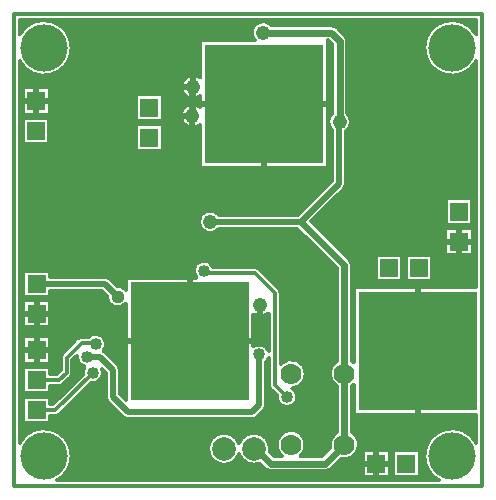
<source format=gbr>
G04 DesignSpark PCB Gerber Version 10.0 Build 5299*
G04 #@! TF.Part,Single*
G04 #@! TF.FileFunction,Copper,L2,Bot*
G04 #@! TF.FilePolarity,Positive*
%FSLAX35Y35*%
%MOIN*%
G04 #@! TA.AperFunction,ComponentPad*
%ADD21R,0.06000X0.06000*%
G04 #@! TA.AperFunction,SMDPad,CuDef*
%ADD135R,0.39370X0.39370*%
G04 #@! TD.AperFunction*
%ADD13C,0.01181*%
%ADD11C,0.01200*%
%ADD12C,0.01969*%
%ADD18C,0.02362*%
G04 #@! TA.AperFunction,ViaPad*
%ADD15C,0.04000*%
%ADD14C,0.04409*%
%ADD70C,0.04803*%
G04 #@! TA.AperFunction,ComponentPad*
%ADD23C,0.07000*%
%ADD24C,0.07874*%
G04 #@! TA.AperFunction,WasherPad*
%ADD71C,0.15748*%
G04 #@! TD.AperFunction*
X0Y0D02*
D02*
D11*
X19104Y15324D02*
X175324D01*
Y172805D01*
X19104D01*
Y15324D01*
X21091Y156960D02*
Y29909D01*
G75*
G02*
X38444Y25403I8091J-4506D01*
G01*
G75*
G02*
X33689Y17312I-9261J0D01*
G01*
X160740D01*
G75*
G02*
X155984Y25403I4506J8091D01*
G01*
G75*
G02*
X173337Y29909I9261J0D01*
G01*
Y39175D01*
X132482D01*
Y49100D01*
G75*
G02*
X131909Y48686I-3141J3744D01*
G01*
Y33380D01*
G75*
G02*
X128216Y24466I-2569J-4158D01*
G01*
X124820Y21070D01*
G75*
G02*
X123002Y20315I-1819J1814D01*
G01*
X104773D01*
G75*
G02*
X102954Y21070I0J2569D01*
G01*
X101151Y22874D01*
G75*
G02*
X94242Y26014I-1909J4970D01*
G01*
G75*
G02*
X83917Y27844I-5000J1830D01*
G01*
G75*
G02*
X94242Y29674I5324J0D01*
G01*
G75*
G02*
X104566Y27844I5000J-1830D01*
G01*
G75*
G02*
X104467Y26822I-5324J1D01*
G01*
X105837Y25452D01*
X108513D01*
G75*
G02*
X111624Y34109I3110J3770D01*
G01*
G75*
G02*
X114734Y25452I0J-4887D01*
G01*
X121938D01*
X124584Y28098D01*
G75*
G02*
X126772Y33380I4756J1124D01*
G01*
Y48686D01*
G75*
G02*
Y57002I2569J4158D01*
G01*
Y87961D01*
X113591Y101142D01*
X87571D01*
G75*
G02*
X80827Y103513I-2955J2372D01*
G01*
G75*
G02*
X87571Y105885I3789J0D01*
G01*
X113866D01*
G75*
G02*
X113872Y105888I1035J-2357D01*
G01*
X125079Y117094D01*
Y134149D01*
G75*
G02*
X125197Y139606I2687J2672D01*
G01*
Y162607D01*
X123867Y163937D01*
X123836D01*
Y121458D01*
X81301D01*
Y135760D01*
G75*
G02*
X74724Y138789I-2591J3029D01*
G01*
G75*
G02*
X81301Y141818I3986J0D01*
G01*
Y145278D01*
G75*
G02*
X74882Y148435I-2433J3157D01*
G01*
G75*
G02*
X81301Y151592I3986J0D01*
G01*
Y163994D01*
X99417D01*
G75*
G02*
X105039Y169074I2837J2512D01*
G01*
X124931D01*
G75*
G02*
X126750Y168319I0J-2569D01*
G01*
X129579Y165490D01*
G75*
G02*
X130334Y163671I-1814J-1819D01*
G01*
Y139606D01*
G75*
G02*
X129822Y133638I-2569J-2785D01*
G01*
Y116112D01*
G75*
G02*
X129126Y114433I-2372J0D01*
G01*
X118345Y103653D01*
X131154Y90844D01*
G75*
G02*
X131909Y89025I-1814J-1819D01*
G01*
Y57002D01*
G75*
G02*
X132482Y56588I-2568J-4158D01*
G01*
Y81710D01*
X173337D01*
Y156960D01*
G75*
G02*
X155984Y161466I-8091J4506D01*
G01*
G75*
G02*
X173337Y165972I9261J0D01*
G01*
Y170817D01*
X21091D01*
Y165972D01*
G75*
G02*
X38444Y161466I8091J-4506D01*
G01*
G75*
G02*
X21091Y156960I-9261J0D01*
G01*
X59994Y135931D02*
X68765D01*
Y127159D01*
X59994D01*
Y135931D01*
Y145931D02*
X68765D01*
Y137159D01*
X59994D01*
Y145931D01*
X139915Y92387D02*
X148687D01*
Y83616D01*
X139915D01*
Y92387D01*
X149915D02*
X158687D01*
Y83616D01*
X149915D01*
Y92387D01*
X22080Y148332D02*
X31246D01*
Y139167D01*
X22080D01*
Y148332D01*
X22159Y65261D02*
X31324D01*
Y56096D01*
X22159D01*
Y65261D01*
X108090Y56220D02*
G75*
G02*
X116511Y52844I3534J-3376D01*
G01*
G75*
G02*
X112021Y47973I-4887J0D01*
G01*
G75*
G02*
X113633Y45088I-1776J-2885D01*
G01*
G75*
G02*
X106858I-3387J0D01*
G01*
G75*
G02*
X106902Y45634I3389J1D01*
G01*
X104713Y47823D01*
G75*
G02*
X104134Y49222I1399J1398D01*
G01*
G75*
G02*
Y49223I694J0D01*
G01*
G75*
G02*
Y49226I810J2D01*
G01*
Y57991D01*
G75*
G02*
X103365Y56843I-3140J1270D01*
G01*
Y42332D01*
G75*
G02*
X102669Y40654I-2372J0D01*
G01*
X100310Y38294D01*
G75*
G02*
X98631Y37598I-1678J1676D01*
G01*
X57293D01*
G75*
G02*
X55615Y38294I0J2372D01*
G01*
X50499Y43410D01*
G75*
G02*
X49803Y45088I1676J1678D01*
G01*
Y53161D01*
X48653Y54311D01*
G75*
G02*
X44936Y49776I-3171J-1192D01*
G01*
X34442Y39282D01*
G75*
G02*
X33041Y38701I-1401J1396D01*
G01*
X31128D01*
Y36293D01*
X22356D01*
Y45065D01*
X31128D01*
Y42657D01*
X32222D01*
X42139Y52574D01*
G75*
G02*
X42094Y53120I3344J545D01*
G01*
G75*
G02*
X42783Y55167I3388J0D01*
G01*
G75*
G02*
X40126Y58474I731J3307D01*
G01*
G75*
G02*
X40138Y58758I3387J1D01*
G01*
X38720Y57340D01*
Y53123D01*
G75*
G02*
Y53120I-822J-1D01*
G01*
G75*
G02*
X38141Y51721I-1978J-1D01*
G01*
X35700Y49280D01*
G75*
G02*
X34297Y48701I-1398J1399D01*
G01*
X31128D01*
Y46293D01*
X22356D01*
Y55065D01*
X31128D01*
Y52657D01*
X33481D01*
X34764Y53939D01*
Y58156D01*
G75*
G02*
Y58158I822J2D01*
G01*
G75*
G02*
Y58159I716J0D01*
G01*
G75*
G02*
X35343Y59558I1978J0D01*
G01*
X40382Y64597D01*
G75*
G02*
X41785Y65176I1398J-1399D01*
G01*
X44107D01*
G75*
G02*
X49032Y60527I2419J-2372D01*
G01*
G75*
G02*
X49522Y60150I-1189J-2052D01*
G01*
X53850Y55822D01*
G75*
G02*
X54546Y54143I-1676J-1678D01*
G01*
Y46070D01*
X56498Y44119D01*
Y76239D01*
G75*
G02*
X50157Y78553I-2748J2313D01*
G01*
G75*
G02*
X50165Y78783I3593J-1D01*
G01*
X48476Y80472D01*
X31128D01*
Y78458D01*
X22356D01*
Y87230D01*
X31128D01*
Y85216D01*
X49458D01*
G75*
G02*
X51137Y84520I0J-2372D01*
G01*
X53519Y82137D01*
G75*
G02*
X56498Y80866I231J-3585D01*
G01*
Y84860D01*
X80054D01*
G75*
G02*
X79102Y87214I2436J2354D01*
G01*
G75*
G02*
X85661Y88405I3388J0D01*
G01*
X99419D01*
G75*
G02*
X100820Y87823I0J-1978D01*
G01*
X107508Y81135D01*
G75*
G02*
X108090Y79734I-1396J-1401D01*
G01*
Y56220D01*
X22159Y77427D02*
X31324D01*
Y68261D01*
X22159D01*
Y77427D01*
X22277Y138135D02*
X31049D01*
Y129364D01*
X22277D01*
Y138135D01*
X135466Y27466D02*
X144631D01*
Y18301D01*
X135466D01*
Y27466D01*
X145663Y27269D02*
X154435D01*
Y18498D01*
X145663D01*
Y27269D01*
X162946Y101482D02*
X172112D01*
Y92317D01*
X162946D01*
Y101482D01*
X163143Y111285D02*
X171915D01*
Y102513D01*
X163143D01*
Y111285D01*
X38095Y22883D02*
G36*
X38095Y22883D02*
G75*
G02*
X34628Y17912I-8912J2520D01*
G01*
X159800D01*
G75*
G02*
X156333Y22883I5445J7491D01*
G01*
X154435D01*
Y18498D01*
X145663D01*
Y22883D01*
X144631D01*
Y18301D01*
X135466D01*
Y22883D01*
X126634D01*
X124820Y21070D01*
G75*
G02*
X123002Y20315I-1819J1813D01*
G01*
X104773D01*
G75*
G02*
X102954Y21070I0J2568D01*
G01*
X101151Y22874D01*
G75*
G02*
X97307Y22883I-1909J4970D01*
G01*
X91176D01*
G75*
G02*
X87308I-1934J4961D01*
G01*
X38095D01*
G37*
X21691Y60679D02*
G36*
X21691Y60679D02*
Y30848D01*
G75*
G02*
X38444Y25403I7491J-5445D01*
G01*
G75*
G02*
X38095Y22883I-9262J0D01*
G01*
X87308D01*
G75*
G02*
X83917Y27844I1934J4961D01*
G01*
Y27844D01*
G75*
G02*
X94242Y29674I5324J0D01*
G01*
G75*
G02*
X104566Y27844I5000J-1830D01*
G01*
Y27844D01*
G75*
G02*
Y27843I-5639J0D01*
G01*
G75*
G02*
X104467Y26822I-5303J0D01*
G01*
X105837Y25452D01*
X108513D01*
G75*
G02*
X106736Y29222I3110J3770D01*
G01*
G75*
G02*
X111624Y34109I4887J0D01*
G01*
G75*
G02*
X116511Y29222I0J-4887D01*
G01*
G75*
G02*
X114734Y25452I-4887J0D01*
G01*
X121938D01*
X124584Y28098D01*
G75*
G02*
X124453Y29222I4756J1124D01*
G01*
G75*
G02*
X126772Y33380I4887J0D01*
G01*
Y48686D01*
G75*
G02*
X124453Y52844I2568J4158D01*
G01*
G75*
G02*
X126772Y57002I4887J0D01*
G01*
Y60679D01*
X108090D01*
Y56220D01*
G75*
G02*
X116511Y52844I3534J-3376D01*
G01*
G75*
G02*
X112021Y47973I-4888J0D01*
G01*
G75*
G02*
X113633Y45088I-1775J-2885D01*
G01*
G75*
G02*
X106858I-3387J0D01*
G01*
G75*
G02*
Y45089I4511J0D01*
G01*
G75*
G02*
X106902Y45634I3395J0D01*
G01*
X104713Y47823D01*
G75*
G02*
X104134Y49221I1398J1398D01*
G01*
G75*
G02*
Y49222I2148J0D01*
G01*
Y49223D01*
Y49226D01*
Y57991D01*
G75*
G02*
X103365Y56843I-3139J1270D01*
G01*
Y42332D01*
G75*
G02*
X102669Y40654I-2374J1D01*
G01*
X100310Y38294D01*
G75*
G02*
X98631Y37598I-1679J1677D01*
G01*
X57293D01*
G75*
G02*
X55615Y38294I1J2374D01*
G01*
X50499Y43410D01*
G75*
G02*
X49803Y45088I1677J1679D01*
G01*
Y53161D01*
X48653Y54311D01*
G75*
G02*
X48869Y53120I-3171J-1192D01*
G01*
G75*
G02*
X44936Y49776I-3387J0D01*
G01*
X34442Y39282D01*
G75*
G02*
X33041Y38701I-1401J1397D01*
G01*
X31128D01*
Y36293D01*
X22356D01*
Y45065D01*
X31128D01*
Y42657D01*
X32222D01*
X42139Y52574D01*
G75*
G02*
X42094Y53119I3351J545D01*
G01*
G75*
G02*
Y53120I4511J0D01*
G01*
G75*
G02*
X42783Y55167I3391J-1D01*
G01*
G75*
G02*
X40126Y58474I730J3307D01*
G01*
G75*
G02*
Y58483I3203J5D01*
G01*
G75*
G02*
X40138Y58758I3200J0D01*
G01*
X38720Y57340D01*
Y53123D01*
Y53120D01*
Y53120D01*
G75*
G02*
Y53119I-2148J0D01*
G01*
G75*
G02*
X38141Y51721I-1977J0D01*
G01*
X35700Y49280D01*
G75*
G02*
X34297Y48701I-1398J1396D01*
G01*
X31128D01*
Y46293D01*
X22356D01*
Y55065D01*
X31128D01*
Y52657D01*
X33481D01*
X34764Y53939D01*
Y58156D01*
Y58158D01*
Y58159D01*
G75*
G02*
Y58160I2148J0D01*
G01*
G75*
G02*
X35343Y59558I1977J0D01*
G01*
X36464Y60679D01*
X31324D01*
Y56096D01*
X22159D01*
Y60679D01*
X21691D01*
G37*
X49162D02*
G36*
X49162Y60679D02*
G75*
G02*
X49032Y60527I-2637J2123D01*
G01*
G75*
G02*
X49522Y60150I-1181J-2042D01*
G01*
X53850Y55822D01*
G75*
G02*
X54546Y54143I-1677J-1679D01*
G01*
Y46070D01*
X56498Y44119D01*
Y60679D01*
X49162D01*
G37*
X94242Y26014D02*
G36*
X94242Y26014D02*
G75*
G02*
X91176Y22883I-5000J1830D01*
G01*
X97307D01*
G75*
G02*
X94242Y26014I1934J4961D01*
G01*
G37*
X128216Y24466D02*
G36*
X128216Y24466D02*
X126634Y22883D01*
X135466D01*
Y27466D01*
X144631D01*
Y22883D01*
X145663D01*
Y27269D01*
X154435D01*
Y22883D01*
X156333D01*
G75*
G02*
X155984Y25403I8913J2519D01*
G01*
G75*
G02*
X172737Y30848I9261J0D01*
G01*
Y39175D01*
X132482D01*
Y49100D01*
G75*
G02*
X131909Y48686I-3171J3785D01*
G01*
Y33380D01*
G75*
G02*
X134228Y29222I-2569J-4158D01*
G01*
G75*
G02*
X128216Y24466I-4887J0D01*
G01*
G37*
X131909Y60679D02*
G36*
X131909Y60679D02*
Y57002D01*
G75*
G02*
X132482Y56588I-2598J-4199D01*
G01*
Y60679D01*
X131909D01*
G37*
X21691Y72844D02*
G36*
X21691Y72844D02*
Y60679D01*
X22159D01*
Y65261D01*
X31324D01*
Y60679D01*
X36464D01*
X40382Y64597D01*
G75*
G02*
X41785Y65176I1398J-1396D01*
G01*
X44107D01*
G75*
G02*
X49913Y62805I2419J-2372D01*
G01*
G75*
G02*
X49162Y60679I-3387J0D01*
G01*
X56498D01*
Y72844D01*
X31324D01*
Y68261D01*
X22159D01*
Y72844D01*
X21691D01*
G37*
X108090D02*
G36*
X108090Y72844D02*
Y60679D01*
X126772D01*
Y72844D01*
X108090D01*
G37*
X131909D02*
G36*
X131909Y72844D02*
Y60679D01*
X132482D01*
Y72844D01*
X131909D01*
G37*
X21691Y88002D02*
G36*
X21691Y88002D02*
Y72844D01*
X22159D01*
Y77427D01*
X31324D01*
Y72844D01*
X56498D01*
Y76239D01*
G75*
G02*
X50157Y78553I-2748J2314D01*
G01*
G75*
G02*
X50165Y78783I3763J-7D01*
G01*
X48476Y80472D01*
X31128D01*
Y78458D01*
X22356D01*
Y87230D01*
X31128D01*
Y85216D01*
X49458D01*
G75*
G02*
X51137Y84520I-1J-2374D01*
G01*
X53519Y82137D01*
G75*
G02*
X56498Y80866I231J-3583D01*
G01*
Y84860D01*
X80054D01*
G75*
G02*
X79102Y87214I2437J2354D01*
G01*
Y87215D01*
G75*
G02*
X79195Y88002I3387J-1D01*
G01*
X21691D01*
G37*
X100616D02*
G36*
X100616Y88002D02*
G75*
G02*
X100820Y87823I-1197J-1575D01*
G01*
X107508Y81135D01*
G75*
G02*
X108090Y79734I-1397J-1401D01*
G01*
Y72844D01*
X126772D01*
Y87961D01*
X126731Y88002D01*
X100616D01*
G37*
X131909D02*
G36*
X131909Y88002D02*
Y72844D01*
X132482D01*
Y81710D01*
X172737D01*
Y88002D01*
X158687D01*
Y83616D01*
X149915D01*
Y88002D01*
X148687D01*
Y83616D01*
X139915D01*
Y88002D01*
X131909D01*
G37*
X21691Y96899D02*
G36*
X21691Y96899D02*
Y88002D01*
X79195D01*
G75*
G02*
X85661Y88405I3295J-787D01*
G01*
X99419D01*
G75*
G02*
X100616Y88002I0J-1979D01*
G01*
X126731D01*
X117834Y96899D01*
X21691D01*
G37*
X125099D02*
G36*
X125099Y96899D02*
X131154Y90844D01*
G75*
G02*
X131909Y89026I-1813J-1819D01*
G01*
Y89025D01*
Y88002D01*
X139915D01*
Y92387D01*
X148687D01*
Y88002D01*
X149915D01*
Y92387D01*
X158687D01*
Y88002D01*
X172737D01*
Y96899D01*
X172112D01*
Y92317D01*
X162946D01*
Y96899D01*
X125099D01*
G37*
X21691Y106899D02*
G36*
X21691Y106899D02*
Y96899D01*
X117834D01*
X113591Y101142D01*
X87571D01*
G75*
G02*
X80827Y103513I-2955J2372D01*
G01*
G75*
G02*
X82915Y106899I3789J0D01*
G01*
X21691D01*
G37*
X86317D02*
G36*
X86317Y106899D02*
G75*
G02*
X87571Y105885I-1701J-3385D01*
G01*
X113866D01*
G75*
G03*
X113872Y105888I-10J31D01*
G01*
X114883Y106899D01*
X86317D01*
G37*
X121592D02*
G36*
X121592Y106899D02*
X118345Y103653D01*
X125099Y96899D01*
X162946D01*
Y101482D01*
X172112D01*
Y96899D01*
X172737D01*
Y106899D01*
X171915D01*
Y102513D01*
X163143D01*
Y106899D01*
X121592D01*
G37*
X21691Y131545D02*
G36*
X21691Y131545D02*
Y106899D01*
X82915D01*
G75*
G02*
X86317I1701J-3386D01*
G01*
X114883D01*
X125079Y117094D01*
Y131545D01*
X123836D01*
Y121458D01*
X81301D01*
Y131545D01*
X68765D01*
Y127159D01*
X59994D01*
Y131545D01*
X31049D01*
Y129364D01*
X22277D01*
Y131545D01*
X21691D01*
G37*
X129126Y114433D02*
G36*
X129126Y114433D02*
X121592Y106899D01*
X163143D01*
Y111285D01*
X171915D01*
Y106899D01*
X172737D01*
Y131545D01*
X129822D01*
Y116112D01*
G75*
G02*
X129126Y114433I-2374J1D01*
G01*
G37*
X21691Y141545D02*
G36*
X21691Y141545D02*
Y131545D01*
X22277D01*
Y138135D01*
X31049D01*
Y131545D01*
X59994D01*
Y135931D01*
X68765D01*
Y131545D01*
X81301D01*
Y135760D01*
G75*
G02*
X74724Y138789I-2591J3030D01*
G01*
G75*
G02*
X75831Y141545I3986J0D01*
G01*
X68765D01*
Y137159D01*
X59994D01*
Y141545D01*
X31246D01*
Y139167D01*
X22080D01*
Y141545D01*
X21691D01*
G37*
X123836D02*
G36*
X123836Y141545D02*
Y131545D01*
X125079D01*
Y134149D01*
G75*
G02*
X123976Y136820I2686J2672D01*
G01*
G75*
G02*
X125197Y139606I3789J0D01*
G01*
Y141545D01*
X123836D01*
G37*
X129822Y133638D02*
G36*
X129822Y133638D02*
Y131545D01*
X172737D01*
Y141545D01*
X130334D01*
Y139606D01*
G75*
G02*
X131554Y136820I-2568J-2785D01*
G01*
G75*
G02*
X129822Y133638I-3789J0D01*
G01*
G37*
X21691Y156021D02*
G36*
X21691Y156021D02*
Y141545D01*
X22080D01*
Y148332D01*
X31246D01*
Y141545D01*
X59994D01*
Y145931D01*
X68765D01*
Y141545D01*
X75831D01*
G75*
G02*
X81301Y141818I2880J-2756D01*
G01*
Y145278D01*
G75*
G02*
X74882Y148435I-2433J3157D01*
G01*
G75*
G02*
X81301Y151592I3986J0D01*
G01*
Y163994D01*
X99417D01*
G75*
G02*
X98465Y166506I2837J2511D01*
G01*
G75*
G02*
X101494Y170217I3789J0D01*
G01*
X32214D01*
G75*
G02*
X38444Y161466I-3031J-8751D01*
G01*
G75*
G02*
X21691Y156021I-9261J0D01*
G01*
G37*
Y170217D02*
G36*
X21691Y170217D02*
Y166911D01*
G75*
G02*
X26151Y170217I7492J-5446D01*
G01*
X21691D01*
G37*
X103013D02*
G36*
X103013Y170217D02*
G75*
G02*
X105039Y169074I-760J-3712D01*
G01*
X124931D01*
G75*
G02*
X126750Y168319I0J-2568D01*
G01*
X129579Y165490D01*
G75*
G02*
X130334Y163671I-1813J-1819D01*
G01*
Y163671D01*
Y141545D01*
X172737D01*
Y156021D01*
G75*
G02*
X155984Y161466I-7491J5445D01*
G01*
G75*
G02*
X162214Y170217I9261J0D01*
G01*
X103013D01*
G37*
X123836Y163937D02*
G36*
X123836Y163937D02*
Y141545D01*
X125197D01*
Y162607D01*
X123867Y163937D01*
X123836D01*
G37*
X168277Y170217D02*
G36*
X168277Y170217D02*
G75*
G02*
X172737Y166911I-3032J-8752D01*
G01*
Y170217D01*
X168277D01*
G37*
X99033Y72581D02*
Y62024D01*
G75*
G02*
X104134Y60532I1961J-2762D01*
G01*
Y72908D01*
G75*
G02*
X99033Y72581I-2746J2889D01*
G01*
G36*
X99033Y72581D02*
Y62024D01*
G75*
G02*
X104134Y60532I1961J-2762D01*
G01*
Y72908D01*
G75*
G02*
X99033Y72581I-2746J2889D01*
G01*
G37*
D02*
D12*
X24647Y143750D02*
X21694D01*
X24726Y60679D02*
X21773D01*
X24726Y72844D02*
X21773D01*
X26663Y141734D02*
Y138781D01*
Y145765D02*
Y148718D01*
X26742Y58663D02*
Y55710D01*
Y62694D02*
Y65647D01*
Y70828D02*
Y67876D01*
Y74860D02*
Y77813D01*
Y82844D02*
X49458D01*
X53750Y78553D01*
X28679Y143750D02*
X31631D01*
X28757Y60679D02*
X31710D01*
X28757Y72844D02*
X31710D01*
X59065Y63592D02*
X56112D01*
X77293Y138789D02*
X74340D01*
X77450Y148435D02*
X74498D01*
X77765Y82293D02*
Y85246D01*
X78710Y137372D02*
Y134419D01*
Y140206D02*
Y143159D01*
X78868Y147017D02*
Y144065D01*
Y149852D02*
Y152805D01*
X83868Y142726D02*
X80915D01*
X84616Y103513D02*
X114852D01*
X96466Y63592D02*
X99419D01*
X100994Y59261D02*
Y42332D01*
X98631Y39970D01*
X57293D01*
X52175Y45088D01*
Y54143D01*
X47844Y58474D01*
X43513D01*
X101387Y74380D02*
Y71427D01*
X102569Y124025D02*
Y121072D01*
X114852Y103513D02*
X127450Y116112D01*
Y136506D01*
X127765Y136820D01*
X121269Y142726D02*
X124222D01*
X138033Y22883D02*
X135080D01*
X140049Y20868D02*
Y17915D01*
Y24899D02*
Y27852D01*
X142065Y22883D02*
X145017D01*
X153750Y41742D02*
Y38789D01*
Y79143D02*
Y82096D01*
X165513Y96899D02*
X162561D01*
X167529Y94883D02*
Y91931D01*
Y98915D02*
Y101868D01*
X169545Y96899D02*
X172498D01*
D02*
D13*
X26742Y40679D02*
X33041D01*
X45482Y53120D01*
X26742Y50679D02*
X34301D01*
X36742Y53120D01*
Y58159D01*
X41781Y63198D01*
X46131D01*
X46525Y62805D01*
X110246Y45088D02*
X106112Y49222D01*
Y79734D01*
X99419Y86427D01*
X83277D01*
X82490Y87214D01*
D02*
D14*
X53750Y78553D03*
D02*
D15*
X43513Y58474D03*
X45482Y53120D03*
X46525Y62805D03*
X82490Y87214D03*
X100994Y59261D03*
X110246Y45088D03*
D02*
D18*
X77765Y61230D03*
Y63986D03*
Y66742D03*
Y69498D03*
X78710Y138789D02*
Y148277D01*
X78868Y148435D01*
X80521Y61230D03*
Y63986D03*
Y66742D03*
Y69498D03*
X83277Y61230D03*
Y63986D03*
Y66742D03*
Y69498D03*
X86033Y61230D03*
Y63986D03*
Y66742D03*
Y69498D03*
X99242Y27844D02*
X99813D01*
X104773Y22883D01*
X123002D01*
X129340Y29222D01*
X127765Y136820D02*
Y163671D01*
X124931Y166506D01*
X102254D01*
X129340Y52844D02*
Y29222D01*
Y52844D02*
Y89025D01*
X114852Y103513D01*
X143513Y59261D03*
Y62017D03*
Y64773D03*
Y67529D03*
X146269Y59261D03*
Y62017D03*
Y64773D03*
Y67529D03*
X149025Y59261D03*
Y62017D03*
Y64773D03*
Y67529D03*
X151781Y59261D03*
Y62017D03*
Y64773D03*
Y67529D03*
D02*
D70*
X78710Y138789D03*
X78868Y148435D03*
X84616Y103513D03*
X101387Y75797D03*
X102254Y166506D03*
X127765Y136820D03*
D02*
D71*
X29183Y25403D03*
Y161466D03*
X165246Y25403D03*
Y161466D03*
D02*
D21*
X26663Y133750D03*
Y143750D03*
X26742Y40679D03*
Y50679D03*
Y60679D03*
Y72844D03*
Y82844D03*
X64380Y131545D03*
Y141545D03*
X140049Y22883D03*
X144301Y88002D03*
X150049Y22883D03*
X154301Y88002D03*
X167529Y96899D03*
Y106899D03*
D02*
D23*
X111624Y29222D03*
Y52844D03*
X129340Y29222D03*
Y52844D03*
D02*
D24*
X89242Y27844D03*
X99242D03*
D02*
D135*
X77765Y63592D03*
X102569Y142726D03*
X153750Y60443D03*
X0Y0D02*
M02*

</source>
